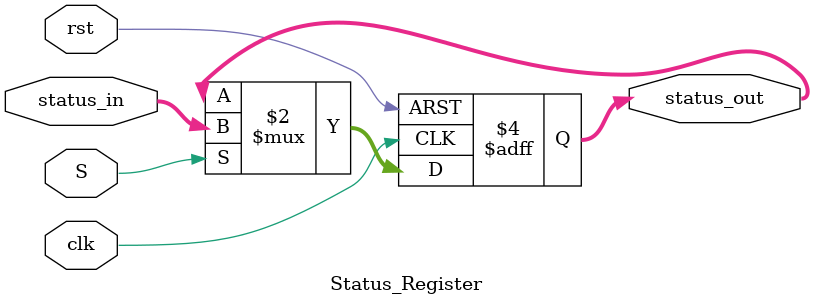
<source format=v>

`timescale 1ns/1ns

module EXE_Stage(input clk,rst,input WB_EN_IN,MEM_R_EN_IN,MEM_W_EN_IN,B,S,
                     input [3:0] EXE_CMD, input [31:0] PC,Val_Rn,Val_Rm,ALU_Res_Reg,Result_WB,
                     input imm,input[11:0] Shift_operand, input[23:0] Signed_imm24,
                     input [3:0]SR,input[1:0] Sel_src1,Sel_src2,
                     output [31:0]ALU_Res,Branch_Address,Mux2_out,output [3:0] status_out);
  wire MEM_CMD;
  wire [31:0] Val2;
  wire [3:0] status;
  wire [31:0] ALU_in1;

 
  assign MEM_CMD = MEM_R_EN_IN | MEM_W_EN_IN;
  
  adder Adder({{6{Signed_imm24[23]}},Signed_imm24, 2'b0} ,PC, Branch_Address);
  Val2Generator g1(Mux2_out,imm,MEM_CMD,Shift_operand,Val2);
  ALU alu(ALU_in1,Val2,EXE_CMD,SR[1],status,ALU_Res); 
  Status_Register sr(clk,rst,S,status,status_out);//{N,Z,C,V}
  
  assign ALU_in1 = (Sel_src1 == 2'b00)? Val_Rn : (Sel_src1 == 2'b01) ? 
  ALU_Res_Reg : (Sel_src1 == 2'b10) ? Result_WB : Val_Rn ;
  
  assign Mux2_out = (Sel_src2 == 2'b00)? Val_Rm : (Sel_src2 == 2'b01) ? 
  ALU_Res_Reg : (Sel_src2 == 2'b10) ? Result_WB : Val_Rm ;
  
endmodule
    
 // TODO Mode bayad 00 bashe   age B branche mish intori kard k ld = (S& ~B & ~MEM_CMD)
module Status_Register(input clk,rst,S,input [3:0] status_in,output reg [3:0]status_out);

  always@(negedge clk,posedge rst)begin
    if (rst)
      status_out <= 4'b0;
    else if (S)
      status_out <= status_in;
   end
endmodule 


      
    


</source>
